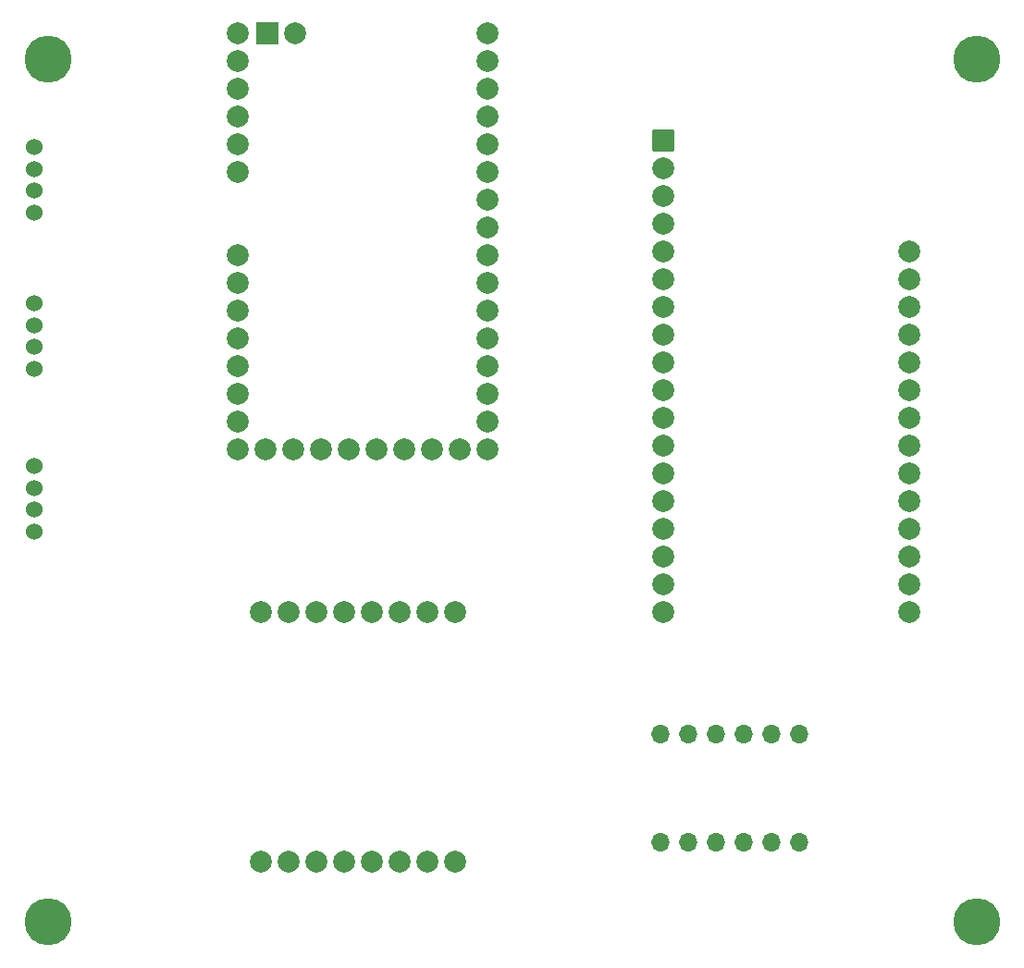
<source format=gbr>
%TF.GenerationSoftware,KiCad,Pcbnew,7.0.10*%
%TF.CreationDate,2024-01-09T19:55:11+00:00*%
%TF.ProjectId,data_logger,64617461-5f6c-46f6-9767-65722e6b6963,rev?*%
%TF.SameCoordinates,Original*%
%TF.FileFunction,Soldermask,Bot*%
%TF.FilePolarity,Negative*%
%FSLAX46Y46*%
G04 Gerber Fmt 4.6, Leading zero omitted, Abs format (unit mm)*
G04 Created by KiCad (PCBNEW 7.0.10) date 2024-01-09 19:55:11*
%MOMM*%
%LPD*%
G01*
G04 APERTURE LIST*
G04 Aperture macros list*
%AMRoundRect*
0 Rectangle with rounded corners*
0 $1 Rounding radius*
0 $2 $3 $4 $5 $6 $7 $8 $9 X,Y pos of 4 corners*
0 Add a 4 corners polygon primitive as box body*
4,1,4,$2,$3,$4,$5,$6,$7,$8,$9,$2,$3,0*
0 Add four circle primitives for the rounded corners*
1,1,$1+$1,$2,$3*
1,1,$1+$1,$4,$5*
1,1,$1+$1,$6,$7*
1,1,$1+$1,$8,$9*
0 Add four rect primitives between the rounded corners*
20,1,$1+$1,$2,$3,$4,$5,0*
20,1,$1+$1,$4,$5,$6,$7,0*
20,1,$1+$1,$6,$7,$8,$9,0*
20,1,$1+$1,$8,$9,$2,$3,0*%
G04 Aperture macros list end*
%ADD10C,4.300000*%
%ADD11C,1.524000*%
%ADD12C,2.000000*%
%ADD13R,2.000000X2.000000*%
%ADD14C,2.004000*%
%ADD15RoundRect,0.102000X-0.900000X-0.900000X0.900000X-0.900000X0.900000X0.900000X-0.900000X0.900000X0*%
%ADD16O,1.700000X1.700000*%
G04 APERTURE END LIST*
D10*
%TO.C,REF\u002A\u002A*%
X46000000Y-132000000D03*
%TD*%
%TO.C,REF\u002A\u002A*%
X131000000Y-53000000D03*
%TD*%
%TO.C,REF\u002A\u002A*%
X46000000Y-53000000D03*
%TD*%
%TO.C,REF\u002A\u002A*%
X131000000Y-132000000D03*
%TD*%
D11*
%TO.C,J3*%
X44754500Y-90299000D03*
X44754500Y-92299000D03*
X44754500Y-94299000D03*
X44754500Y-96299000D03*
%TD*%
%TO.C,J1*%
X44754500Y-61099000D03*
X44754500Y-63099000D03*
X44754500Y-65099000D03*
X44754500Y-67099000D03*
%TD*%
%TO.C,J2*%
X44754500Y-75399000D03*
X44754500Y-77399000D03*
X44754500Y-79399000D03*
X44754500Y-81399000D03*
%TD*%
D12*
%TO.C,U2*%
X86240000Y-50700000D03*
X86240000Y-53240000D03*
X86240000Y-55780000D03*
X86240000Y-58320000D03*
X86240000Y-60860000D03*
X86240000Y-63400000D03*
X86240000Y-65940000D03*
X86240000Y-68480000D03*
X86240000Y-71020000D03*
X86240000Y-73560000D03*
X86240000Y-76100000D03*
X86240000Y-78640000D03*
X86240000Y-81180000D03*
X86240000Y-83720000D03*
X86240000Y-86260000D03*
X86240000Y-88800000D03*
X83700000Y-88800000D03*
X81160000Y-88800000D03*
X78620000Y-88800000D03*
X76080000Y-88800000D03*
X73540000Y-88800000D03*
X71000000Y-88800000D03*
X68460000Y-88800000D03*
X65920000Y-88800000D03*
X63380000Y-88800000D03*
X63380000Y-86260000D03*
X63380000Y-83720000D03*
X63380000Y-81180000D03*
X63380000Y-78640000D03*
X63380000Y-76100000D03*
X63380000Y-73560000D03*
X63380000Y-71020000D03*
X63380000Y-63400000D03*
X63380000Y-60860000D03*
X63380000Y-58320000D03*
X63380000Y-55780000D03*
X63380000Y-53240000D03*
X63380000Y-50700000D03*
D13*
X66098000Y-50700000D03*
D12*
X68638000Y-50700000D03*
%TD*%
%TO.C,U3*%
X65500000Y-126492000D03*
X68040000Y-126492000D03*
X70580000Y-126492000D03*
X73120000Y-126492000D03*
X75660000Y-126492000D03*
X78200000Y-126492000D03*
X80740000Y-126492000D03*
X83280000Y-126492000D03*
X65500000Y-103632000D03*
X68040000Y-103632000D03*
X70580000Y-103632000D03*
X73120000Y-103632000D03*
X75660000Y-103632000D03*
X78200000Y-103632000D03*
X80740000Y-103632000D03*
X83280000Y-103632000D03*
%TD*%
D14*
%TO.C,U1*%
X102362000Y-65532000D03*
D15*
X102362000Y-60452000D03*
D14*
X102362000Y-62992000D03*
X102362000Y-68072000D03*
X102362000Y-70612000D03*
X102362000Y-73152000D03*
X102362000Y-75692000D03*
X102362000Y-78232000D03*
X102362000Y-80772000D03*
X102362000Y-83312000D03*
X102362000Y-85852000D03*
X102362000Y-88392000D03*
X102362000Y-90932000D03*
X102362000Y-93472000D03*
X102362000Y-96012000D03*
X102362000Y-98552000D03*
X102362000Y-101092000D03*
X102362000Y-103632000D03*
X124862000Y-70612000D03*
X124862000Y-73152000D03*
X124862000Y-75692000D03*
X124862000Y-78232000D03*
X124862000Y-80772000D03*
X124862000Y-83312000D03*
X124862000Y-85852000D03*
X124862000Y-88392000D03*
X124862000Y-90932000D03*
X124862000Y-93472000D03*
X124862000Y-96012000D03*
X124862000Y-98552000D03*
X124862000Y-101092000D03*
X124862000Y-103632000D03*
%TD*%
D16*
%TO.C,J4*%
X102108000Y-114808000D03*
X104648000Y-114808000D03*
X107188000Y-114808000D03*
X109728000Y-114808000D03*
X112268000Y-114808000D03*
X114808000Y-114808000D03*
%TD*%
%TO.C,J5*%
X102108000Y-124714000D03*
X104648000Y-124714000D03*
X107188000Y-124714000D03*
X109728000Y-124714000D03*
X112268000Y-124714000D03*
X114808000Y-124714000D03*
%TD*%
M02*

</source>
